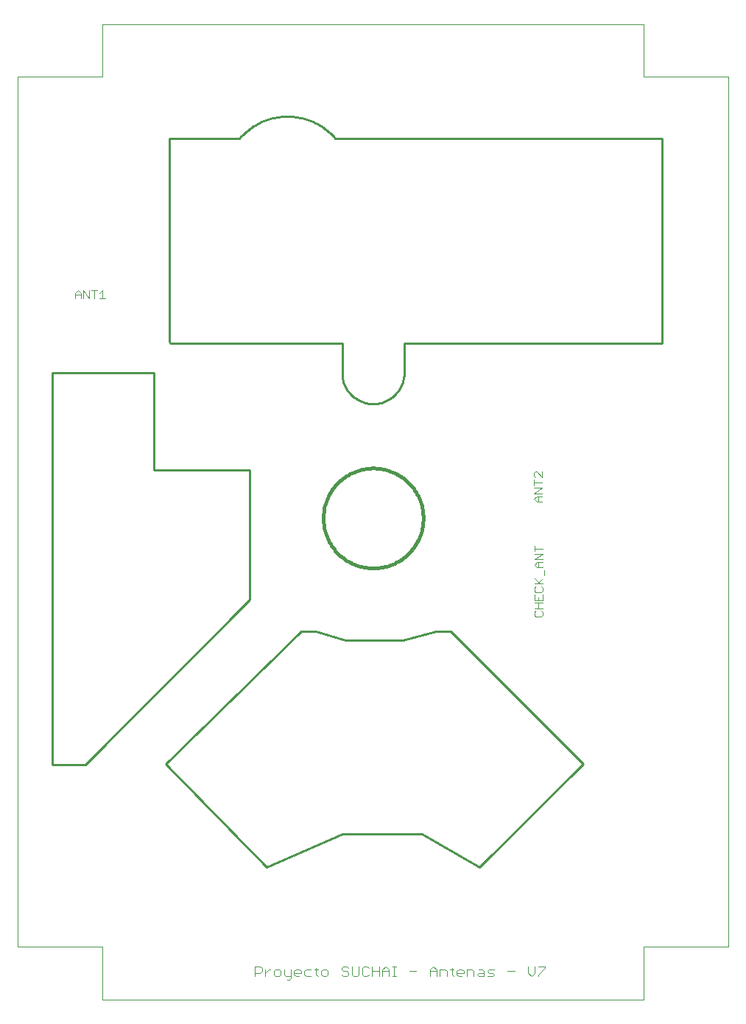
<source format=gto>
G75*
%MOIN*%
%OFA0B0*%
%FSLAX24Y24*%
%IPPOS*%
%LPD*%
%AMOC8*
5,1,8,0,0,1.08239X$1,22.5*
%
%ADD10C,0.0000*%
%ADD11C,0.0100*%
%ADD12C,0.0160*%
%ADD13C,0.0040*%
%ADD14C,0.0030*%
D10*
X002560Y002483D02*
X002560Y041849D01*
X006400Y041849D01*
X006400Y044233D01*
X030896Y044233D01*
X030896Y041849D01*
X034737Y041849D01*
X034737Y002484D01*
X030896Y002484D01*
X030896Y000100D01*
X030897Y000100D01*
X030896Y000100D02*
X006400Y000100D01*
X006400Y002484D01*
X002560Y002484D01*
X002560Y002483D02*
X002562Y002483D01*
X034598Y041852D02*
X034737Y041849D01*
D11*
X031710Y039050D02*
X031710Y029800D01*
X020060Y029800D01*
X020060Y028350D01*
X020039Y028328D02*
X020030Y028255D01*
X020017Y028182D01*
X020000Y028110D01*
X019980Y028040D01*
X019955Y027970D01*
X019927Y027901D01*
X019896Y027835D01*
X019861Y027770D01*
X019823Y027706D01*
X019781Y027645D01*
X019737Y027587D01*
X019689Y027530D01*
X019638Y027477D01*
X019585Y027426D01*
X019529Y027378D01*
X019470Y027332D01*
X019410Y027290D01*
X019347Y027252D01*
X019282Y027216D01*
X019215Y027184D01*
X019147Y027156D01*
X019078Y027131D01*
X019007Y027110D01*
X018935Y027093D01*
X018863Y027079D01*
X018789Y027070D01*
X018716Y027064D01*
X018642Y027062D01*
X018568Y027064D01*
X018495Y027070D01*
X018421Y027079D01*
X018349Y027093D01*
X018277Y027110D01*
X018206Y027131D01*
X018137Y027156D01*
X018069Y027184D01*
X018002Y027216D01*
X017937Y027252D01*
X017874Y027290D01*
X017814Y027332D01*
X017755Y027378D01*
X017699Y027426D01*
X017646Y027477D01*
X017595Y027530D01*
X017547Y027587D01*
X017503Y027645D01*
X017461Y027706D01*
X017423Y027770D01*
X017388Y027835D01*
X017357Y027901D01*
X017329Y027970D01*
X017304Y028040D01*
X017284Y028110D01*
X017267Y028182D01*
X017254Y028255D01*
X017245Y028328D01*
X017260Y028350D02*
X017260Y029800D01*
X009460Y029800D01*
X009410Y029850D02*
X009410Y039050D01*
X009449Y039076D02*
X012599Y039076D01*
X012668Y039154D01*
X012741Y039229D01*
X012816Y039302D01*
X012894Y039371D01*
X012974Y039438D01*
X013057Y039502D01*
X013142Y039563D01*
X013229Y039621D01*
X013318Y039675D01*
X013410Y039726D01*
X013503Y039774D01*
X013597Y039818D01*
X013693Y039859D01*
X013791Y039896D01*
X013890Y039930D01*
X013990Y039960D01*
X014091Y039987D01*
X014193Y040009D01*
X014296Y040028D01*
X014399Y040044D01*
X014503Y040055D01*
X014607Y040063D01*
X014712Y040067D01*
X014816Y040067D01*
X014921Y040063D01*
X015025Y040055D01*
X015129Y040044D01*
X015232Y040028D01*
X015335Y040009D01*
X015437Y039987D01*
X015538Y039960D01*
X015638Y039930D01*
X015737Y039896D01*
X015835Y039859D01*
X015931Y039818D01*
X016025Y039774D01*
X016118Y039726D01*
X016210Y039675D01*
X016299Y039621D01*
X016386Y039563D01*
X016471Y039502D01*
X016554Y039438D01*
X016634Y039371D01*
X016712Y039302D01*
X016787Y039229D01*
X016860Y039154D01*
X016929Y039076D01*
X016930Y039076D02*
X031693Y039076D01*
X022164Y016776D02*
X021491Y016776D01*
X019992Y016352D01*
X017402Y016352D01*
X016049Y016776D01*
X015378Y016776D01*
X009252Y010769D01*
X013827Y006104D01*
X017244Y007601D01*
X020844Y007601D01*
X023469Y006104D01*
X028150Y010769D01*
X022164Y016776D01*
X013069Y018182D02*
X013069Y024072D01*
X008717Y024072D01*
X008717Y028450D01*
X004137Y028450D01*
X004137Y010733D01*
X005623Y010733D01*
X013069Y018182D01*
D12*
X016389Y021887D02*
X016391Y021982D01*
X016397Y022076D01*
X016407Y022170D01*
X016421Y022264D01*
X016438Y022357D01*
X016460Y022449D01*
X016486Y022541D01*
X016515Y022631D01*
X016548Y022719D01*
X016584Y022807D01*
X016625Y022892D01*
X016669Y022976D01*
X016716Y023058D01*
X016767Y023138D01*
X016821Y023216D01*
X016878Y023291D01*
X016938Y023364D01*
X017002Y023435D01*
X017068Y023502D01*
X017137Y023567D01*
X017209Y023629D01*
X017283Y023688D01*
X017360Y023744D01*
X017438Y023796D01*
X017519Y023845D01*
X017602Y023891D01*
X017687Y023933D01*
X017774Y023971D01*
X017862Y024006D01*
X017951Y024037D01*
X018042Y024065D01*
X018134Y024088D01*
X018226Y024108D01*
X018320Y024124D01*
X018414Y024136D01*
X018508Y024144D01*
X018603Y024148D01*
X018697Y024148D01*
X018792Y024144D01*
X018886Y024136D01*
X018980Y024124D01*
X019074Y024108D01*
X019166Y024088D01*
X019258Y024065D01*
X019349Y024037D01*
X019438Y024006D01*
X019526Y023971D01*
X019613Y023933D01*
X019698Y023891D01*
X019780Y023845D01*
X019862Y023796D01*
X019940Y023744D01*
X020017Y023688D01*
X020091Y023629D01*
X020163Y023567D01*
X020232Y023502D01*
X020298Y023435D01*
X020362Y023364D01*
X020422Y023291D01*
X020479Y023216D01*
X020533Y023138D01*
X020584Y023058D01*
X020631Y022976D01*
X020675Y022892D01*
X020716Y022807D01*
X020752Y022719D01*
X020785Y022631D01*
X020814Y022541D01*
X020840Y022449D01*
X020862Y022357D01*
X020879Y022264D01*
X020893Y022170D01*
X020903Y022076D01*
X020909Y021982D01*
X020911Y021887D01*
X020909Y021792D01*
X020903Y021698D01*
X020893Y021604D01*
X020879Y021510D01*
X020862Y021417D01*
X020840Y021325D01*
X020814Y021233D01*
X020785Y021143D01*
X020752Y021055D01*
X020716Y020967D01*
X020675Y020882D01*
X020631Y020798D01*
X020584Y020716D01*
X020533Y020636D01*
X020479Y020558D01*
X020422Y020483D01*
X020362Y020410D01*
X020298Y020339D01*
X020232Y020272D01*
X020163Y020207D01*
X020091Y020145D01*
X020017Y020086D01*
X019940Y020030D01*
X019862Y019978D01*
X019781Y019929D01*
X019698Y019883D01*
X019613Y019841D01*
X019526Y019803D01*
X019438Y019768D01*
X019349Y019737D01*
X019258Y019709D01*
X019166Y019686D01*
X019074Y019666D01*
X018980Y019650D01*
X018886Y019638D01*
X018792Y019630D01*
X018697Y019626D01*
X018603Y019626D01*
X018508Y019630D01*
X018414Y019638D01*
X018320Y019650D01*
X018226Y019666D01*
X018134Y019686D01*
X018042Y019709D01*
X017951Y019737D01*
X017862Y019768D01*
X017774Y019803D01*
X017687Y019841D01*
X017602Y019883D01*
X017520Y019929D01*
X017438Y019978D01*
X017360Y020030D01*
X017283Y020086D01*
X017209Y020145D01*
X017137Y020207D01*
X017068Y020272D01*
X017002Y020339D01*
X016938Y020410D01*
X016878Y020483D01*
X016821Y020558D01*
X016767Y020636D01*
X016716Y020716D01*
X016669Y020798D01*
X016625Y020882D01*
X016584Y020967D01*
X016548Y021055D01*
X016515Y021143D01*
X016486Y021233D01*
X016460Y021325D01*
X016438Y021417D01*
X016421Y021510D01*
X016407Y021604D01*
X016397Y021698D01*
X016391Y021792D01*
X016389Y021887D01*
D13*
X017295Y001613D02*
X017218Y001537D01*
X017218Y001460D01*
X017295Y001383D01*
X017448Y001383D01*
X017525Y001307D01*
X017525Y001230D01*
X017448Y001153D01*
X017295Y001153D01*
X017218Y001230D01*
X017295Y001613D02*
X017448Y001613D01*
X017525Y001537D01*
X017679Y001613D02*
X017679Y001230D01*
X017755Y001153D01*
X017909Y001153D01*
X017985Y001230D01*
X017985Y001613D01*
X018139Y001537D02*
X018139Y001230D01*
X018216Y001153D01*
X018369Y001153D01*
X018446Y001230D01*
X018599Y001153D02*
X018599Y001613D01*
X018446Y001537D02*
X018369Y001613D01*
X018216Y001613D01*
X018139Y001537D01*
X018599Y001383D02*
X018906Y001383D01*
X019060Y001383D02*
X019367Y001383D01*
X019367Y001460D02*
X019367Y001153D01*
X019520Y001153D02*
X019674Y001153D01*
X019597Y001153D02*
X019597Y001613D01*
X019520Y001613D02*
X019674Y001613D01*
X019367Y001460D02*
X019213Y001613D01*
X019060Y001460D01*
X019060Y001153D01*
X018906Y001153D02*
X018906Y001613D01*
X020287Y001383D02*
X020594Y001383D01*
X021208Y001383D02*
X021515Y001383D01*
X021515Y001460D02*
X021515Y001153D01*
X021669Y001153D02*
X021669Y001460D01*
X021899Y001460D01*
X021976Y001383D01*
X021976Y001153D01*
X022206Y001230D02*
X022282Y001153D01*
X022206Y001230D02*
X022206Y001537D01*
X022129Y001460D02*
X022282Y001460D01*
X022436Y001383D02*
X022436Y001230D01*
X022513Y001153D01*
X022666Y001153D01*
X022743Y001307D02*
X022436Y001307D01*
X022436Y001383D02*
X022513Y001460D01*
X022666Y001460D01*
X022743Y001383D01*
X022743Y001307D01*
X022896Y001460D02*
X022896Y001153D01*
X022896Y001460D02*
X023127Y001460D01*
X023203Y001383D01*
X023203Y001153D01*
X023357Y001230D02*
X023433Y001307D01*
X023664Y001307D01*
X023664Y001383D02*
X023664Y001153D01*
X023433Y001153D01*
X023357Y001230D01*
X023433Y001460D02*
X023587Y001460D01*
X023664Y001383D01*
X023817Y001383D02*
X023894Y001307D01*
X024047Y001307D01*
X024124Y001230D01*
X024047Y001153D01*
X023817Y001153D01*
X023817Y001383D02*
X023894Y001460D01*
X024124Y001460D01*
X024738Y001383D02*
X025045Y001383D01*
X025659Y001307D02*
X025812Y001153D01*
X025966Y001307D01*
X025966Y001613D01*
X026119Y001613D02*
X026426Y001613D01*
X026426Y001537D01*
X026119Y001230D01*
X026119Y001153D01*
X025659Y001307D02*
X025659Y001613D01*
X021515Y001460D02*
X021362Y001613D01*
X021208Y001460D01*
X021208Y001153D01*
X016604Y001230D02*
X016604Y001383D01*
X016528Y001460D01*
X016374Y001460D01*
X016297Y001383D01*
X016297Y001230D01*
X016374Y001153D01*
X016528Y001153D01*
X016604Y001230D01*
X016144Y001153D02*
X016067Y001230D01*
X016067Y001537D01*
X015990Y001460D02*
X016144Y001460D01*
X015837Y001460D02*
X015607Y001460D01*
X015530Y001383D01*
X015530Y001230D01*
X015607Y001153D01*
X015837Y001153D01*
X015377Y001307D02*
X015377Y001383D01*
X015300Y001460D01*
X015146Y001460D01*
X015070Y001383D01*
X015070Y001230D01*
X015146Y001153D01*
X015300Y001153D01*
X015377Y001307D02*
X015070Y001307D01*
X014916Y001460D02*
X014916Y001076D01*
X014839Y001000D01*
X014763Y001000D01*
X014686Y001153D02*
X014916Y001153D01*
X014686Y001153D02*
X014609Y001230D01*
X014609Y001460D01*
X014456Y001383D02*
X014379Y001460D01*
X014226Y001460D01*
X014149Y001383D01*
X014149Y001230D01*
X014226Y001153D01*
X014379Y001153D01*
X014456Y001230D01*
X014456Y001383D01*
X013995Y001460D02*
X013919Y001460D01*
X013765Y001307D01*
X013765Y001460D02*
X013765Y001153D01*
X013612Y001383D02*
X013535Y001307D01*
X013305Y001307D01*
X013305Y001153D02*
X013305Y001613D01*
X013535Y001613D01*
X013612Y001537D01*
X013612Y001383D01*
D14*
X026004Y017441D02*
X026251Y017441D01*
X026313Y017503D01*
X026313Y017627D01*
X026251Y017688D01*
X026313Y017810D02*
X025943Y017810D01*
X026004Y017688D02*
X025943Y017627D01*
X025943Y017503D01*
X026004Y017441D01*
X026128Y017810D02*
X026128Y018057D01*
X026128Y018178D02*
X026128Y018301D01*
X026313Y018178D02*
X026313Y018425D01*
X026251Y018546D02*
X026313Y018608D01*
X026313Y018732D01*
X026251Y018793D01*
X026190Y018915D02*
X025943Y019162D01*
X025943Y018915D02*
X026313Y018915D01*
X026128Y018976D02*
X026313Y019162D01*
X026375Y019283D02*
X026375Y019530D01*
X026313Y019651D02*
X026066Y019651D01*
X025943Y019775D01*
X026066Y019898D01*
X026313Y019898D01*
X026313Y020020D02*
X025943Y020020D01*
X026313Y020267D01*
X025943Y020267D01*
X025943Y020388D02*
X025943Y020635D01*
X025943Y020511D02*
X026313Y020511D01*
X026128Y019898D02*
X026128Y019651D01*
X026004Y018793D02*
X025943Y018732D01*
X025943Y018608D01*
X026004Y018546D01*
X026251Y018546D01*
X025943Y018425D02*
X025943Y018178D01*
X026313Y018178D01*
X026313Y018057D02*
X025943Y018057D01*
X026048Y022632D02*
X025925Y022755D01*
X026048Y022879D01*
X026295Y022879D01*
X026295Y023000D02*
X025925Y023000D01*
X026295Y023247D01*
X025925Y023247D01*
X025925Y023369D02*
X025925Y023615D01*
X025925Y023492D02*
X026295Y023492D01*
X026295Y023737D02*
X026048Y023984D01*
X025987Y023984D01*
X025925Y023922D01*
X025925Y023799D01*
X025987Y023737D01*
X026295Y023737D02*
X026295Y023984D01*
X026110Y022879D02*
X026110Y022632D01*
X026048Y022632D02*
X026295Y022632D01*
X006516Y031819D02*
X006269Y031819D01*
X006393Y031819D02*
X006393Y032189D01*
X006269Y032066D01*
X006148Y032189D02*
X005901Y032189D01*
X005779Y032189D02*
X005779Y031819D01*
X005533Y032189D01*
X005533Y031819D01*
X005411Y031819D02*
X005411Y032066D01*
X005288Y032189D01*
X005164Y032066D01*
X005164Y031819D01*
X005164Y032004D02*
X005411Y032004D01*
X006024Y031819D02*
X006024Y032189D01*
M02*

</source>
